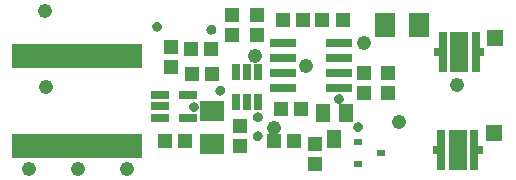
<source format=gts>
G75*
G70*
%OFA0B0*%
%FSLAX24Y24*%
%IPPOS*%
%LPD*%
%AMOC8*
5,1,8,0,0,1.08239X$1,22.5*
%
%ADD10R,0.0600X0.0300*%
%ADD11R,0.0789X0.0710*%
%ADD12R,0.0710X0.0790*%
%ADD13R,0.0285X0.0220*%
%ADD14R,0.0285X0.0225*%
%ADD15R,0.0300X0.0580*%
%ADD16R,0.0474X0.0513*%
%ADD17R,0.0513X0.0474*%
%ADD18C,0.0330*%
%ADD19C,0.0050*%
%ADD20R,0.0474X0.0631*%
%ADD21R,0.0860X0.0300*%
%ADD22R,0.0592X0.1379*%
%ADD23R,0.0434X0.0277*%
%ADD24R,0.0276X0.1378*%
%ADD25R,0.4330X0.0830*%
%ADD26C,0.0476*%
%ADD27R,0.0580X0.0580*%
D10*
X007240Y006318D03*
X007240Y006688D03*
X007240Y007058D03*
X008160Y007058D03*
X008160Y006318D03*
D11*
X008970Y006549D03*
X008970Y005447D03*
D12*
X014740Y009388D03*
X015859Y009388D03*
D13*
X014600Y005138D03*
D14*
X013824Y004767D03*
X013824Y005510D03*
D15*
X010490Y006828D03*
X010120Y006828D03*
X009750Y006828D03*
X009750Y007848D03*
X010120Y007848D03*
X010490Y007848D03*
D16*
X008954Y007778D03*
X008285Y007778D03*
X008275Y008618D03*
X008944Y008618D03*
X009640Y009064D03*
X009640Y009733D03*
X012645Y009568D03*
X013314Y009568D03*
X009880Y006033D03*
X009880Y005364D03*
X011025Y005528D03*
X011694Y005528D03*
D17*
X012410Y005443D03*
X012410Y004774D03*
X011944Y006598D03*
X011275Y006598D03*
X014020Y007144D03*
X014840Y007144D03*
X014840Y007813D03*
X014020Y007813D03*
X011994Y009558D03*
X011325Y009558D03*
X010470Y009733D03*
X010470Y009064D03*
X007610Y008663D03*
X007610Y007994D03*
X007385Y005548D03*
X008054Y005548D03*
D18*
X008360Y006668D03*
X009240Y007218D03*
X010490Y006328D03*
X010480Y005698D03*
X013190Y006938D03*
X013830Y006008D03*
X008940Y009248D03*
X007130Y009348D03*
D19*
X007005Y009348D02*
X007007Y009370D01*
X007013Y009391D01*
X007022Y009410D01*
X007034Y009428D01*
X007050Y009444D01*
X007067Y009456D01*
X007087Y009465D01*
X007108Y009471D01*
X007130Y009473D01*
X007152Y009471D01*
X007173Y009465D01*
X007192Y009456D01*
X007210Y009444D01*
X007226Y009428D01*
X007238Y009410D01*
X007247Y009391D01*
X007253Y009370D01*
X007255Y009348D01*
X007253Y009326D01*
X007247Y009305D01*
X007238Y009286D01*
X007226Y009268D01*
X007210Y009252D01*
X007193Y009240D01*
X007173Y009231D01*
X007152Y009225D01*
X007130Y009223D01*
X007108Y009225D01*
X007087Y009231D01*
X007067Y009240D01*
X007050Y009252D01*
X007034Y009268D01*
X007022Y009285D01*
X007013Y009305D01*
X007007Y009326D01*
X007005Y009348D01*
X008815Y009248D02*
X008817Y009270D01*
X008823Y009291D01*
X008832Y009310D01*
X008844Y009328D01*
X008860Y009344D01*
X008877Y009356D01*
X008897Y009365D01*
X008918Y009371D01*
X008940Y009373D01*
X008962Y009371D01*
X008983Y009365D01*
X009002Y009356D01*
X009020Y009344D01*
X009036Y009328D01*
X009048Y009310D01*
X009057Y009291D01*
X009063Y009270D01*
X009065Y009248D01*
X009063Y009226D01*
X009057Y009205D01*
X009048Y009186D01*
X009036Y009168D01*
X009020Y009152D01*
X009003Y009140D01*
X008983Y009131D01*
X008962Y009125D01*
X008940Y009123D01*
X008918Y009125D01*
X008897Y009131D01*
X008877Y009140D01*
X008860Y009152D01*
X008844Y009168D01*
X008832Y009185D01*
X008823Y009205D01*
X008817Y009226D01*
X008815Y009248D01*
X009115Y007218D02*
X009117Y007240D01*
X009123Y007261D01*
X009132Y007280D01*
X009144Y007298D01*
X009160Y007314D01*
X009177Y007326D01*
X009197Y007335D01*
X009218Y007341D01*
X009240Y007343D01*
X009262Y007341D01*
X009283Y007335D01*
X009302Y007326D01*
X009320Y007314D01*
X009336Y007298D01*
X009348Y007280D01*
X009357Y007261D01*
X009363Y007240D01*
X009365Y007218D01*
X009363Y007196D01*
X009357Y007175D01*
X009348Y007156D01*
X009336Y007138D01*
X009320Y007122D01*
X009303Y007110D01*
X009283Y007101D01*
X009262Y007095D01*
X009240Y007093D01*
X009218Y007095D01*
X009197Y007101D01*
X009177Y007110D01*
X009160Y007122D01*
X009144Y007138D01*
X009132Y007155D01*
X009123Y007175D01*
X009117Y007196D01*
X009115Y007218D01*
X008235Y006668D02*
X008237Y006690D01*
X008243Y006711D01*
X008252Y006730D01*
X008264Y006748D01*
X008280Y006764D01*
X008297Y006776D01*
X008317Y006785D01*
X008338Y006791D01*
X008360Y006793D01*
X008382Y006791D01*
X008403Y006785D01*
X008422Y006776D01*
X008440Y006764D01*
X008456Y006748D01*
X008468Y006730D01*
X008477Y006711D01*
X008483Y006690D01*
X008485Y006668D01*
X008483Y006646D01*
X008477Y006625D01*
X008468Y006606D01*
X008456Y006588D01*
X008440Y006572D01*
X008423Y006560D01*
X008403Y006551D01*
X008382Y006545D01*
X008360Y006543D01*
X008338Y006545D01*
X008317Y006551D01*
X008297Y006560D01*
X008280Y006572D01*
X008264Y006588D01*
X008252Y006605D01*
X008243Y006625D01*
X008237Y006646D01*
X008235Y006668D01*
X010365Y006328D02*
X010367Y006350D01*
X010373Y006371D01*
X010382Y006390D01*
X010394Y006408D01*
X010410Y006424D01*
X010427Y006436D01*
X010447Y006445D01*
X010468Y006451D01*
X010490Y006453D01*
X010512Y006451D01*
X010533Y006445D01*
X010552Y006436D01*
X010570Y006424D01*
X010586Y006408D01*
X010598Y006390D01*
X010607Y006371D01*
X010613Y006350D01*
X010615Y006328D01*
X010613Y006306D01*
X010607Y006285D01*
X010598Y006266D01*
X010586Y006248D01*
X010570Y006232D01*
X010553Y006220D01*
X010533Y006211D01*
X010512Y006205D01*
X010490Y006203D01*
X010468Y006205D01*
X010447Y006211D01*
X010427Y006220D01*
X010410Y006232D01*
X010394Y006248D01*
X010382Y006265D01*
X010373Y006285D01*
X010367Y006306D01*
X010365Y006328D01*
X010355Y005698D02*
X010357Y005720D01*
X010363Y005741D01*
X010372Y005760D01*
X010384Y005778D01*
X010400Y005794D01*
X010417Y005806D01*
X010437Y005815D01*
X010458Y005821D01*
X010480Y005823D01*
X010502Y005821D01*
X010523Y005815D01*
X010542Y005806D01*
X010560Y005794D01*
X010576Y005778D01*
X010588Y005760D01*
X010597Y005741D01*
X010603Y005720D01*
X010605Y005698D01*
X010603Y005676D01*
X010597Y005655D01*
X010588Y005636D01*
X010576Y005618D01*
X010560Y005602D01*
X010543Y005590D01*
X010523Y005581D01*
X010502Y005575D01*
X010480Y005573D01*
X010458Y005575D01*
X010437Y005581D01*
X010417Y005590D01*
X010400Y005602D01*
X010384Y005618D01*
X010372Y005635D01*
X010363Y005655D01*
X010357Y005676D01*
X010355Y005698D01*
X013065Y006938D02*
X013067Y006960D01*
X013073Y006981D01*
X013082Y007000D01*
X013094Y007018D01*
X013110Y007034D01*
X013127Y007046D01*
X013147Y007055D01*
X013168Y007061D01*
X013190Y007063D01*
X013212Y007061D01*
X013233Y007055D01*
X013252Y007046D01*
X013270Y007034D01*
X013286Y007018D01*
X013298Y007000D01*
X013307Y006981D01*
X013313Y006960D01*
X013315Y006938D01*
X013313Y006916D01*
X013307Y006895D01*
X013298Y006876D01*
X013286Y006858D01*
X013270Y006842D01*
X013253Y006830D01*
X013233Y006821D01*
X013212Y006815D01*
X013190Y006813D01*
X013168Y006815D01*
X013147Y006821D01*
X013127Y006830D01*
X013110Y006842D01*
X013094Y006858D01*
X013082Y006875D01*
X013073Y006895D01*
X013067Y006916D01*
X013065Y006938D01*
X013705Y006008D02*
X013707Y006030D01*
X013713Y006051D01*
X013722Y006070D01*
X013734Y006088D01*
X013750Y006104D01*
X013767Y006116D01*
X013787Y006125D01*
X013808Y006131D01*
X013830Y006133D01*
X013852Y006131D01*
X013873Y006125D01*
X013892Y006116D01*
X013910Y006104D01*
X013926Y006088D01*
X013938Y006070D01*
X013947Y006051D01*
X013953Y006030D01*
X013955Y006008D01*
X013953Y005986D01*
X013947Y005965D01*
X013938Y005946D01*
X013926Y005928D01*
X013910Y005912D01*
X013893Y005900D01*
X013873Y005891D01*
X013852Y005885D01*
X013830Y005883D01*
X013808Y005885D01*
X013787Y005891D01*
X013767Y005900D01*
X013750Y005912D01*
X013734Y005928D01*
X013722Y005945D01*
X013713Y005965D01*
X013707Y005986D01*
X013705Y006008D01*
D20*
X013414Y006461D03*
X012665Y006461D03*
X013040Y005595D03*
D21*
X013190Y007318D03*
X013190Y007818D03*
X013190Y008318D03*
X013190Y008818D03*
X011330Y008818D03*
X011330Y008318D03*
X011330Y007818D03*
X011330Y007318D03*
D22*
X017200Y008488D03*
X017150Y005228D03*
D23*
X017779Y005228D03*
X016520Y005228D03*
X016570Y008488D03*
X017829Y008488D03*
D24*
X017751Y008488D03*
X016648Y008488D03*
X016598Y005228D03*
X017701Y005228D03*
D25*
X004470Y005363D03*
X004470Y008363D03*
D26*
X002870Y004618D03*
X004495Y004618D03*
X006120Y004618D03*
X003430Y007348D03*
X003400Y009868D03*
X010380Y008358D03*
X012080Y008028D03*
X014040Y008818D03*
X017140Y007388D03*
X015180Y006168D03*
X011020Y005958D03*
D27*
X018370Y005818D03*
X018400Y008968D03*
M02*

</source>
